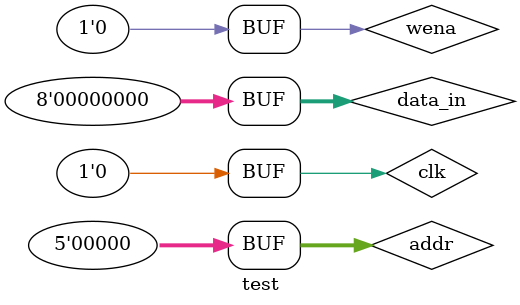
<source format=v>
`include "ram.v"

module test();
    reg clk;
    reg wena;
    reg [4:0] addr;
    reg [7:0] data_in;
    wire [7:0] data_out; 

    RAM ram( clk, wena, addr, data_in, data_out);
    

    initial begin 
        $dumpfile("test.vcd");
        $dumpvars;
        clk = 0;
        addr = 5'b10010;
        data_in = 8'b1001_1111;
        wena = 1'b1;
        
        #100 clk = ~clk; #100 clk = ~clk;
        addr = 5'b00010;
        data_in = 8'b1111_1111;

        #100 clk = ~clk; #100 clk = ~clk;
        addr = 5'b10010;
        wena = 1'b0;
        data_in = 8'b0;

        #100 clk = ~clk; #100 clk = ~clk;
        addr = 5'b00010;

        #100 clk = ~clk; #100 clk = ~clk;
        addr = 1'b0;
        data_in = 8'b0;
        wena = 1'b0;
    end

endmodule
</source>
